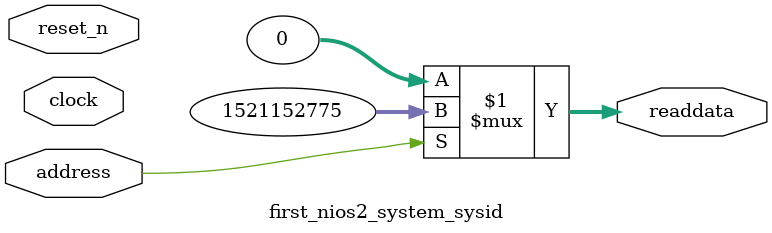
<source format=v>

`timescale 1ns / 1ps
// synthesis translate_on

// turn off superfluous verilog processor warnings 
// altera message_level Level1 
// altera message_off 10034 10035 10036 10037 10230 10240 10030 

module first_nios2_system_sysid (
               // inputs:
                address,
                clock,
                reset_n,

               // outputs:
                readdata
             )
;

  output  [ 31: 0] readdata;
  input            address;
  input            clock;
  input            reset_n;

  wire    [ 31: 0] readdata;
  //control_slave, which is an e_avalon_slave
  assign readdata = address ? 1521152775 : 0;

endmodule




</source>
